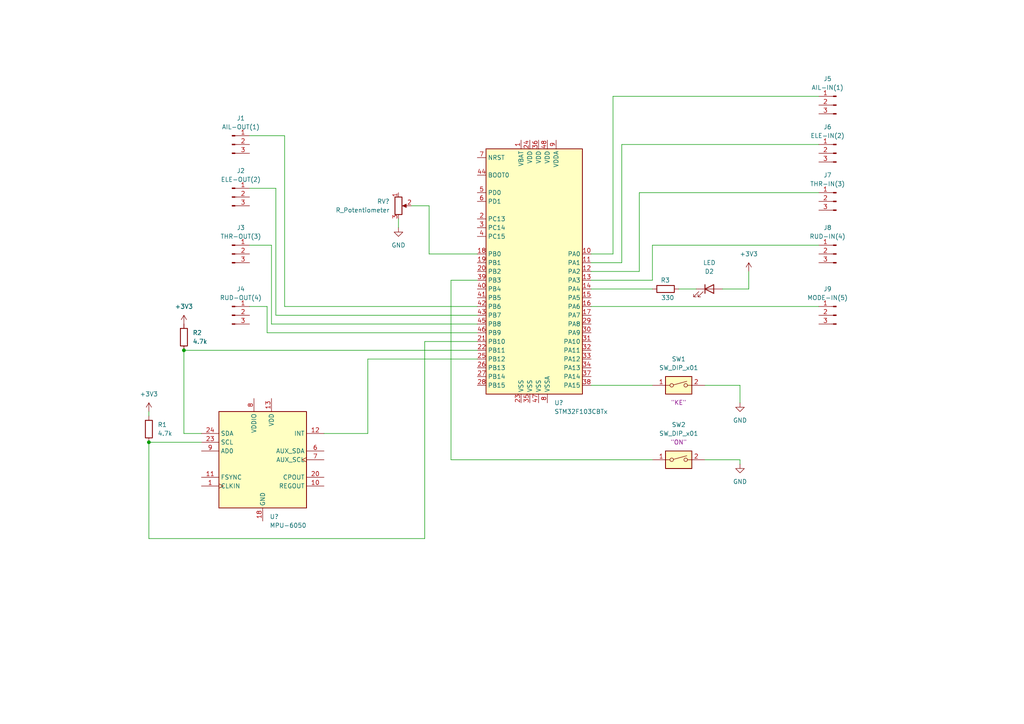
<source format=kicad_sch>
(kicad_sch (version 20211123) (generator eeschema)
  (paper "A4")
  (title_block (title "Nb One flight controller"))
  (lib_symbols
    (symbol "Connector:Conn_01x03_Male" (pin_names (offset 1.016) hide)
      (property "Reference" "J" (at 0 5.08 0))
      (property "Value" "Conn_01x03_Male" (at 0 -5.08 0))
      (symbol "Conn_01x03_Male_1_1"
        (polyline (pts (xy 1.27 -2.54) (xy 0.8636 -2.54)) (stroke (width 0.1524)))
        (polyline (pts (xy 1.27 0) (xy 0.8636 0)) (stroke (width 0.1524)))
        (polyline (pts (xy 1.27 2.54) (xy 0.8636 2.54)) (stroke (width 0.1524)))
        (rectangle (start 0.8636 -2.413) (end 0 -2.667) (stroke (width 0.1524)) (fill (type outline)))
        (rectangle (start 0.8636 0.127) (end 0 -0.127) (stroke (width 0.1524)) (fill (type outline)))
        (rectangle (start 0.8636 2.667) (end 0 2.413) (stroke (width 0.1524)) (fill (type outline)))
        (pin passive line (at 5.08 2.54 180) (length 3.81) (name "Pin_1") (number "1"))
        (pin passive line (at 5.08 0 180) (length 3.81) (name "Pin_2") (number "2"))
        (pin passive line (at 5.08 -2.54 180) (length 3.81) (name "Pin_3") (number "3"))
      )
    )
    (symbol "Device:LED" (pin_numbers hide) (pin_names (offset 1.016) hide)
      (property "Reference" "D" (at 0 2.54 0))
      (property "Value" "LED" (at 0 -2.54 0))
      (symbol "LED_0_1"
        (polyline (pts (xy -1.27 -1.27) (xy -1.27 1.27)) (stroke (width 0.254)))
        (polyline (pts (xy -1.27 0) (xy 1.27 0)))
        (polyline (pts (xy 1.27 -1.27) (xy 1.27 1.27) (xy -1.27 0) (xy 1.27 -1.27)) (stroke (width 0.254)))
        (polyline (pts (xy -3.048 -0.762) (xy -4.572 -2.286) (xy -3.81 -2.286) (xy -4.572 -2.286) (xy -4.572 -1.524)))
        (polyline (pts (xy -1.778 -0.762) (xy -3.302 -2.286) (xy -2.54 -2.286) (xy -3.302 -2.286) (xy -3.302 -1.524)))
      )
      (symbol "LED_1_1"
        (pin passive line (at -3.81 0 0) (length 2.54) (name "K") (number "1"))
        (pin passive line (at 3.81 0 180) (length 2.54) (name "A") (number "2"))
      )
    )
    (symbol "Device:R" (pin_numbers hide) (pin_names (offset 0))
      (property "Reference" "R" (at 2.032 0 90))
      (property "Value" "R" (at 0 0 90))
      (symbol "R_0_1"
        (rectangle (start -1.016 -2.54) (end 1.016 2.54) (stroke (width 0.254)))
      )
      (symbol "R_1_1"
        (pin passive line (at 0 3.81 270) (length 1.27) (name "~") (number "1"))
        (pin passive line (at 0 -3.81 90) (length 1.27) (name "~") (number "2"))
      )
    )
    (symbol "Device:R_Potentiometer" (pin_names (offset 1.016) hide)
      (property "Reference" "RV" (at -4.445 0 90))
      (property "Value" "R_Potentiometer" (at -2.54 0 90))
      (symbol "R_Potentiometer_0_1"
        (polyline (pts (xy 2.54 0) (xy 1.524 0)))
        (polyline (pts (xy 1.143 0) (xy 2.286 0.508) (xy 2.286 -0.508) (xy 1.143 0)) (fill (type outline)))
        (rectangle (start 1.016 2.54) (end -1.016 -2.54) (stroke (width 0.254)))
      )
      (symbol "R_Potentiometer_1_1"
        (pin passive line (at 0 3.81 270) (length 1.27) (name "1") (number "1"))
        (pin passive line (at 3.81 0 180) (length 1.27) (name "2") (number "2"))
        (pin passive line (at 0 -3.81 90) (length 1.27) (name "3") (number "3"))
      )
    )
    (symbol "MCU_ST_STM32F1:STM32F103CBTx"
      (property "Reference" "U" (at -15.24 36.83 0))
      (property "Value" "STM32F103CBTx" (at 7.62 36.83 0))
      (symbol "STM32F103CBTx_0_1"
        (rectangle (start -15.24 -35.56) (end 12.7 35.56) (stroke (width 0.254)) (fill (type background)))
      )
      (symbol "STM32F103CBTx_1_1"
        (pin power_in line (at -5.08 38.1 270) (length 2.54) (name "VBAT") (number "1"))
        (pin bidirectional line (at 15.24 5.08 180) (length 2.54) (name "PA0") (number "10"))
        (pin bidirectional line (at 15.24 2.54 180) (length 2.54) (name "PA1") (number "11"))
        (pin bidirectional line (at 15.24 0 180) (length 2.54) (name "PA2") (number "12"))
        (pin bidirectional line (at 15.24 -2.54 180) (length 2.54) (name "PA3") (number "13"))
        (pin bidirectional line (at 15.24 -5.08 180) (length 2.54) (name "PA4") (number "14"))
        (pin bidirectional line (at 15.24 -7.62 180) (length 2.54) (name "PA5") (number "15"))
        (pin bidirectional line (at 15.24 -10.16 180) (length 2.54) (name "PA6") (number "16"))
        (pin bidirectional line (at 15.24 -12.7 180) (length 2.54) (name "PA7") (number "17"))
        (pin bidirectional line (at -17.78 5.08 0) (length 2.54) (name "PB0") (number "18"))
        (pin bidirectional line (at -17.78 2.54 0) (length 2.54) (name "PB1") (number "19"))
        (pin bidirectional line (at -17.78 15.24 0) (length 2.54) (name "PC13") (number "2"))
        (pin bidirectional line (at -17.78 0 0) (length 2.54) (name "PB2") (number "20"))
        (pin bidirectional line (at -17.78 -20.32 0) (length 2.54) (name "PB10") (number "21"))
        (pin bidirectional line (at -17.78 -22.86 0) (length 2.54) (name "PB11") (number "22"))
        (pin power_in line (at -5.08 -38.1 90) (length 2.54) (name "VSS") (number "23"))
        (pin power_in line (at -2.54 38.1 270) (length 2.54) (name "VDD") (number "24"))
        (pin bidirectional line (at -17.78 -25.4 0) (length 2.54) (name "PB12") (number "25"))
        (pin bidirectional line (at -17.78 -27.94 0) (length 2.54) (name "PB13") (number "26"))
        (pin bidirectional line (at -17.78 -30.48 0) (length 2.54) (name "PB14") (number "27"))
        (pin bidirectional line (at -17.78 -33.02 0) (length 2.54) (name "PB15") (number "28"))
        (pin bidirectional line (at 15.24 -15.24 180) (length 2.54) (name "PA8") (number "29"))
        (pin bidirectional line (at -17.78 12.7 0) (length 2.54) (name "PC14") (number "3"))
        (pin bidirectional line (at 15.24 -17.78 180) (length 2.54) (name "PA9") (number "30"))
        (pin bidirectional line (at 15.24 -20.32 180) (length 2.54) (name "PA10") (number "31"))
        (pin bidirectional line (at 15.24 -22.86 180) (length 2.54) (name "PA11") (number "32"))
        (pin bidirectional line (at 15.24 -25.4 180) (length 2.54) (name "PA12") (number "33"))
        (pin bidirectional line (at 15.24 -27.94 180) (length 2.54) (name "PA13") (number "34"))
        (pin power_in line (at -2.54 -38.1 90) (length 2.54) (name "VSS") (number "35"))
        (pin power_in line (at 0 38.1 270) (length 2.54) (name "VDD") (number "36"))
        (pin bidirectional line (at 15.24 -30.48 180) (length 2.54) (name "PA14") (number "37"))
        (pin bidirectional line (at 15.24 -33.02 180) (length 2.54) (name "PA15") (number "38"))
        (pin bidirectional line (at -17.78 -2.54 0) (length 2.54) (name "PB3") (number "39"))
        (pin bidirectional line (at -17.78 10.16 0) (length 2.54) (name "PC15") (number "4"))
        (pin bidirectional line (at -17.78 -5.08 0) (length 2.54) (name "PB4") (number "40"))
        (pin bidirectional line (at -17.78 -7.62 0) (length 2.54) (name "PB5") (number "41"))
        (pin bidirectional line (at -17.78 -10.16 0) (length 2.54) (name "PB6") (number "42"))
        (pin bidirectional line (at -17.78 -12.7 0) (length 2.54) (name "PB7") (number "43"))
        (pin input line (at -17.78 27.94 0) (length 2.54) (name "BOOT0") (number "44"))
        (pin bidirectional line (at -17.78 -15.24 0) (length 2.54) (name "PB8") (number "45"))
        (pin bidirectional line (at -17.78 -17.78 0) (length 2.54) (name "PB9") (number "46"))
        (pin power_in line (at 0 -38.1 90) (length 2.54) (name "VSS") (number "47"))
        (pin power_in line (at 2.54 38.1 270) (length 2.54) (name "VDD") (number "48"))
        (pin input line (at -17.78 22.86 0) (length 2.54) (name "PD0") (number "5"))
        (pin input line (at -17.78 20.32 0) (length 2.54) (name "PD1") (number "6"))
        (pin input line (at -17.78 33.02 0) (length 2.54) (name "NRST") (number "7"))
        (pin power_in line (at 2.54 -38.1 90) (length 2.54) (name "VSSA") (number "8"))
        (pin power_in line (at 5.08 38.1 270) (length 2.54) (name "VDDA") (number "9"))
      )
    )
    (symbol "SW_DIP_x01_1" (pin_names (offset 0))
      (property "Reference" "SW" (at 0 3.81 0))
      (property "Value" "SW_DIP_x01_1" (at 0 -3.81 0))
      (symbol "SW_DIP_x01_1_0_0"
        (circle (center -2.032 0) (radius 0.508))
        (polyline (pts (xy -1.524 0.127) (xy 2.3622 1.1684)))
        (circle (center 2.032 0) (radius 0.508))
      )
      (symbol "SW_DIP_x01_1_0_1"
        (rectangle (start -3.81 2.54) (end 3.81 -2.54) (stroke (width 0.254)) (fill (type background)))
      )
      (symbol "SW_DIP_x01_1_1_1"
        (pin passive line (at -7.62 0 0) (length 5.08) (name "~") (number "1"))
        (pin passive line (at 7.62 0 180) (length 5.08) (name "~") (number "2"))
      )
    )
    (symbol "Sensor_Motion:MPU-6050"
      (property "Reference" "U" (at -11.43 13.97 0))
      (property "Value" "MPU-6050" (at 7.62 -15.24 0))
      (symbol "MPU-6050_0_0"
        (text "" (at 12.7 -2.54 0) (effects (font (size 1.27 1.27))))
      )
      (symbol "MPU-6050_0_1"
        (rectangle (start -12.7 13.97) (end 12.7 -13.97) (stroke (width 0.254)) (fill (type background)))
      )
      (symbol "MPU-6050_1_1"
        (pin input clock (at -17.78 -7.62 0) (length 5.08) (name "CLKIN") (number "1"))
        (pin passive line (at 17.78 -7.62 180) (length 5.08) (name "REGOUT") (number "10"))
        (pin input line (at -17.78 -5.08 0) (length 5.08) (name "FSYNC") (number "11"))
        (pin output line (at 17.78 7.62 180) (length 5.08) (name "INT") (number "12"))
        (pin power_in line (at 2.54 17.78 270) (length 3.81) (name "VDD") (number "13"))
        (pin no_connect line (at -12.7 -10.16 0) (length 2.54) hide (name "NC") (number "14"))
        (pin no_connect line (at 12.7 12.7 180) (length 2.54) hide (name "NC") (number "15"))
        (pin no_connect line (at 12.7 10.16 180) (length 2.54) hide (name "NC") (number "16"))
        (pin no_connect line (at 12.7 5.08 180) (length 2.54) hide (name "NC") (number "17"))
        (pin power_in line (at 0 -17.78 90) (length 3.81) (name "GND") (number "18"))
        (pin no_connect line (at 12.7 -10.16 180) (length 2.54) hide (name "NC") (number "19"))
        (pin no_connect line (at -12.7 12.7 0) (length 2.54) hide (name "NC") (number "2"))
        (pin passive line (at 17.78 -5.08 180) (length 5.08) (name "CPOUT") (number "20"))
        (pin no_connect line (at 12.7 -2.54 180) (length 2.54) hide (name "NC") (number "21"))
        (pin no_connect line (at 12.7 -12.7 180) (length 2.54) hide (name "NC") (number "22"))
        (pin input line (at -17.78 5.08 0) (length 5.08) (name "SCL") (number "23"))
        (pin bidirectional line (at -17.78 7.62 0) (length 5.08) (name "SDA") (number "24"))
        (pin no_connect line (at -12.7 10.16 0) (length 2.54) hide (name "NC") (number "3"))
        (pin no_connect line (at -12.7 0 0) (length 2.54) hide (name "NC") (number "4"))
        (pin no_connect line (at -12.7 -2.54 0) (length 2.54) hide (name "NC") (number "5"))
        (pin bidirectional line (at 17.78 2.54 180) (length 5.08) (name "AUX_SDA") (number "6"))
        (pin output clock (at 17.78 0 180) (length 5.08) (name "AUX_SCL") (number "7"))
        (pin power_in line (at -2.54 17.78 270) (length 3.81) (name "VDDIO") (number "8"))
        (pin input line (at -17.78 2.54 0) (length 5.08) (name "AD0") (number "9"))
      )
    )
    (symbol "power:+3.3V" (power) (pin_names (offset 0))
      (property "Value" "+3.3V" (at 0 3.556 0))
      (symbol "+3.3V_0_1"
        (polyline (pts (xy -0.762 1.27) (xy 0 2.54)))
        (polyline (pts (xy 0 0) (xy 0 2.54)))
        (polyline (pts (xy 0 2.54) (xy 0.762 1.27)))
      )
      (symbol "+3.3V_1_1"
        (pin power_in line (at 0 0 90) (length 0) hide (name "+3V3") (number "1"))
      )
    )
    (symbol "power:GND" (power) (pin_names (offset 0))
      (property "Value" "GND" (at 0 -3.81 0))
      (symbol "GND_0_1"
        (polyline (pts (xy 0 0) (xy 0 -1.27) (xy 1.27 -1.27) (xy 0 -2.54) (xy -1.27 -1.27) (xy 0 -1.27)))
      )
      (symbol "GND_1_1"
        (pin power_in line (at 0 0 270) (length 0) hide (name "GND") (number "1"))
      )
    )
  )
  (junction (at 43.18 128.27))
  (junction (at 53.34 101.6))
  (wire (pts (xy 43.18 128.27) (xy 43.18 156.21)))
  (wire (pts (xy 80.01 54.61) (xy 80.01 91.44)))
  (wire (pts (xy 72.39 39.37) (xy 82.55 39.37)))
  (wire (pts (xy 171.45 81.28) (xy 189.23 81.28)))
  (wire (pts (xy 185.42 78.74) (xy 185.42 55.88)))
  (wire (pts (xy 189.23 81.28) (xy 189.23 71.12)))
  (wire (pts (xy 72.39 88.9) (xy 77.47 88.9)))
  (wire (pts (xy 43.18 156.21) (xy 123.19 156.21)))
  (wire (pts (xy 177.8 27.94) (xy 237.49 27.94)))
  (wire (pts (xy 171.45 78.74) (xy 185.42 78.74)))
  (wire (pts (xy 177.8 73.66) (xy 177.8 27.94)))
  (wire (pts (xy 171.45 76.2) (xy 180.34 76.2)))
  (wire (pts (xy 124.46 59.69) (xy 124.46 73.66)))
  (wire (pts (xy 214.63 111.76) (xy 214.63 116.84)))
  (wire (pts (xy 72.39 54.61) (xy 80.01 54.61)))
  (wire (pts (xy 58.42 128.27) (xy 43.18 128.27)))
  (wire (pts (xy 217.17 83.82) (xy 217.17 78.74)))
  (wire (pts (xy 115.57 63.5) (xy 115.57 66.04)))
  (wire (pts (xy 204.47 133.35) (xy 214.63 133.35)))
  (wire (pts (xy 177.8 73.66) (xy 171.45 73.66)))
  (wire (pts (xy 185.42 55.88) (xy 237.49 55.88)))
  (wire (pts (xy 77.47 88.9) (xy 77.47 96.52)))
  (wire (pts (xy 171.45 111.76) (xy 189.23 111.76)))
  (wire (pts (xy 82.55 39.37) (xy 82.55 88.9)))
  (wire (pts (xy 58.42 125.73) (xy 53.34 125.73)))
  (wire (pts (xy 189.23 133.35) (xy 130.81 133.35)))
  (wire (pts (xy 204.47 111.76) (xy 214.63 111.76)))
  (wire (pts (xy 180.34 41.91) (xy 237.49 41.91)))
  (wire (pts (xy 78.74 93.98) (xy 138.43 93.98)))
  (wire (pts (xy 130.81 133.35) (xy 130.81 81.28)))
  (wire (pts (xy 53.34 125.73) (xy 53.34 101.6)))
  (wire (pts (xy 130.81 81.28) (xy 138.43 81.28)))
  (wire (pts (xy 80.01 91.44) (xy 138.43 91.44)))
  (wire (pts (xy 123.19 99.06) (xy 138.43 99.06)))
  (wire (pts (xy 214.63 133.35) (xy 214.63 134.62)))
  (wire (pts (xy 82.55 88.9) (xy 138.43 88.9)))
  (wire (pts (xy 123.19 156.21) (xy 123.19 99.06)))
  (wire (pts (xy 180.34 76.2) (xy 180.34 41.91)))
  (wire (pts (xy 124.46 73.66) (xy 138.43 73.66)))
  (wire (pts (xy 72.39 71.12) (xy 78.74 71.12)))
  (wire (pts (xy 43.18 119.38) (xy 43.18 120.65)))
  (wire (pts (xy 189.23 71.12) (xy 237.49 71.12)))
  (wire (pts (xy 93.98 125.73) (xy 106.68 125.73)))
  (wire (pts (xy 196.85 83.82) (xy 201.93 83.82)))
  (wire (pts (xy 171.45 88.9) (xy 237.49 88.9)))
  (wire (pts (xy 209.55 83.82) (xy 217.17 83.82)))
  (wire (pts (xy 78.74 71.12) (xy 78.74 93.98)))
  (wire (pts (xy 106.68 125.73) (xy 106.68 104.14)))
  (wire (pts (xy 53.34 101.6) (xy 138.43 101.6)))
  (wire (pts (xy 171.45 83.82) (xy 189.23 83.82)))
  (wire (pts (xy 77.47 96.52) (xy 138.43 96.52)))
  (wire (pts (xy 119.38 59.69) (xy 124.46 59.69)))
  (wire (pts (xy 106.68 104.14) (xy 138.43 104.14)))
  (symbol (lib_id "Connector:Conn_01x03_Male") (at 242.57 30.48 0) (mirror y) (unit 1)
    (property "Reference" "J5" (at 240.03 22.86 0))
    (property "Value" "AIL-IN(1)" (at 240.03 25.4 0))
  )
  (symbol (lib_id "Device:R") (at 53.34 97.79 0) (unit 1)
    (property "Reference" "R2" (at 55.88 96.5199 0) (effects (justify left)))
    (property "Value" "4.7k" (at 55.88 99.0599 0) (effects (justify left)))
    (property "Footprint" "Resistor_SMD:R_0805_2012Metric" (effects hide))
  )
  (symbol (lib_id "Device:R_Potentiometer") (at 115.57 59.69 0) (unit 1)
    (property "Reference" "RV?" (at 113.03 58.4199 0) (effects (justify right)))
    (property "Value" "R_Potentiometer" (at 113.03 60.9599 0) (effects (justify right)))
    (property "Footprint" "Resistor_THT:R_Axial_DIN0922_L20.0mm_D9.0mm_P25.40mm_Horizontal" (effects hide))
  )
  (symbol (lib_id "power:GND") (at 214.63 116.84 0) (unit 1)
    (property "Reference" "#PWR?" (effects hide))
    (property "Value" "GND" (at 214.63 121.92 0))
  )
  (symbol (lib_id "Connector:Conn_01x03_Male") (at 242.57 44.45 0) (mirror y) (unit 1)
    (property "Reference" "J6" (at 240.03 36.83 0))
    (property "Value" "ELE-IN(2)" (at 240.03 39.37 0))
  )
  (symbol (lib_name "SW_DIP_x01_1") (lib_id "Switch:SW_DIP_x01") (at 196.85 111.76 0) (unit 1)
    (property "Reference" "SW1" (at 196.85 104.14 0))
    (property "Value" "SW_DIP_x01" (at 196.85 106.68 0))
    (property "Comment" "\"KE\"" (at 196.85 116.76 0))
  )
  (symbol (lib_id "Connector:Conn_01x03_Male") (at 242.57 91.44 0) (mirror y) (unit 1)
    (property "Reference" "J9" (at 240.03 83.82 0))
    (property "Value" "MODE-IN(5)" (at 240.03 86.36 0))
  )
  (symbol (lib_id "Connector:Conn_01x03_Male") (at 67.31 41.91 0) (unit 1)
    (property "Reference" "J1" (at 69.85 34.29 0))
    (property "Value" "AIL-OUT(1)" (at 69.85 36.83 0))
  )
  (symbol (lib_id "power:+3.3V") (at 217.17 78.74 0) (unit 1)
    (property "Reference" "#PWR?" (effects hide))
    (property "Value" "+3.3V" (at 217.17 73.66 0))
  )
  (symbol (lib_id "power:+3.3V") (at 43.18 119.38 0) (unit 1)
    (property "Reference" "#PWR?" (effects hide))
    (property "Value" "+3.3V" (at 43.18 114.3 0))
  )
  (symbol (lib_id "Device:R") (at 193.04 83.82 90) (unit 1)
    (property "Reference" "R3" (at 194.31 81.28 90) (effects (justify left)))
    (property "Value" "330" (at 195.58 86.36 90) (effects (justify left)))
    (property "Footprint" "Resistor_SMD:R_0805_2012Metric" (effects hide))
  )
  (symbol (lib_id "Device:LED") (at 205.74 83.82 0) (unit 1)
    (property "Reference" "D2" (at 205.74 78.74 0))
    (property "Value" "LED" (at 205.74 76.2 0))
    (property "Footprint" "LED_SMD:LED_0805_2012Metric" (effects hide))
  )
  (symbol (lib_id "Sensor_Motion:MPU-6050") (at 76.2 133.35 0) (unit 1)
    (property "Reference" "U?" (at 78.2194 149.86 0) (effects (justify left)))
    (property "Value" "MPU-6050" (at 78.2194 152.4 0) (effects (justify left)))
    (property "Footprint" "Sensor_Motion:InvenSense_QFN-24_4x4mm_P0.5mm" (effects hide))
    (property "Datasheet" "https://store.invensense.com/datasheets/invensense/MPU-6050_DataSheet_V3%204.pdf" (effects hide))
  )
  (symbol (lib_id "Connector:Conn_01x03_Male") (at 67.31 91.44 0) (unit 1)
    (property "Reference" "J4" (at 69.85 83.82 0))
    (property "Value" "RUD-OUT(4)" (at 69.85 86.36 0))
  )
  (symbol (lib_id "power:+3.3V") (at 53.34 93.98 0) (unit 1)
    (property "Reference" "#PWR?" (effects hide))
    (property "Value" "+3.3V" (at 53.34 88.9 0))
  )
  (symbol (lib_id "Device:R") (at 43.18 124.46 0) (unit 1)
    (property "Reference" "R1" (at 45.72 123.1899 0) (effects (justify left)))
    (property "Value" "4.7k" (at 45.72 125.7299 0) (effects (justify left)))
    (property "Footprint" "Resistor_SMD:R_0805_2012Metric" (effects hide))
  )
  (symbol (lib_id "Connector:Conn_01x03_Male") (at 242.57 58.42 0) (mirror y) (unit 1)
    (property "Reference" "J7" (at 240.03 50.8 0))
    (property "Value" "THR-IN(3)" (at 240.03 53.34 0))
  )
  (symbol (lib_id "power:GND") (at 214.63 134.62 0) (unit 1)
    (property "Reference" "#PWR?" (effects hide))
    (property "Value" "GND" (at 214.63 139.7 0))
  )
  (symbol (lib_id "Connector:Conn_01x03_Male") (at 67.31 57.15 0) (unit 1)
    (property "Reference" "J2" (at 69.85 49.53 0))
    (property "Value" "ELE-OUT(2)" (at 69.85 52.07 0))
  )
  (symbol (lib_id "MCU_ST_STM32F1:STM32F103CBTx") (at 156.21 78.74 0) (unit 1)
    (property "Reference" "U?" (at 160.7694 116.84 0) (effects (justify left)))
    (property "Value" "STM32F103CBTx" (at 160.7694 119.38 0) (effects (justify left)))
    (property "Footprint" "Package_QFP:LQFP-48_7x7mm_P0.5mm" (effects hide))
    (property "Datasheet" "http://www.st.com/st-web-ui/static/active/en/resource/technical/document/datasheet/CD00161566.pdf" (effects hide))
  )
  (symbol (lib_id "Connector:Conn_01x03_Male") (at 242.57 73.66 0) (mirror y) (unit 1)
    (property "Reference" "J8" (at 240.03 66.04 0))
    (property "Value" "RUD-IN(4)" (at 240.03 68.58 0))
  )
  (symbol (lib_name "SW_DIP_x01_1") (lib_id "Switch:SW_DIP_x01") (at 196.85 133.35 0) (unit 1)
    (property "Reference" "SW2" (at 196.85 123.19 0))
    (property "Value" "SW_DIP_x01" (at 196.85 125.73 0))
    (property "Comment" "\"ON\"" (at 196.85 128.27 0))
  )
  (symbol (lib_id "Connector:Conn_01x03_Male") (at 67.31 73.66 0) (unit 1)
    (property "Reference" "J3" (at 69.85 66.04 0))
    (property "Value" "THR-OUT(3)" (at 69.85 68.58 0))
  )
  (symbol (lib_id "power:GND") (at 115.57 66.04 0) (unit 1)
    (property "Reference" "#PWR?" (effects hide))
    (property "Value" "GND" (at 115.57 71.12 0))
  )
)
</source>
